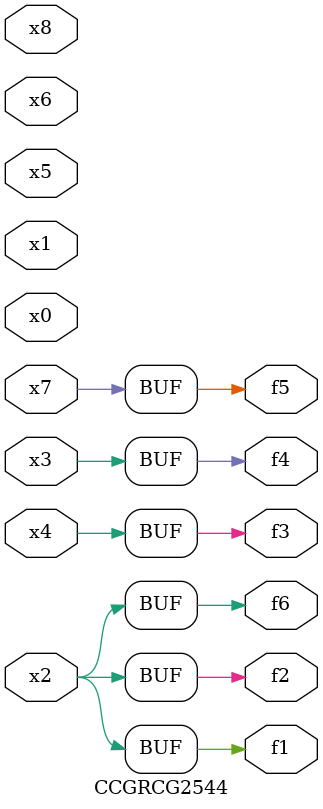
<source format=v>
module CCGRCG2544(
	input x0, x1, x2, x3, x4, x5, x6, x7, x8,
	output f1, f2, f3, f4, f5, f6
);
	assign f1 = x2;
	assign f2 = x2;
	assign f3 = x4;
	assign f4 = x3;
	assign f5 = x7;
	assign f6 = x2;
endmodule

</source>
